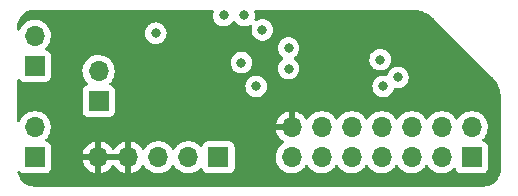
<source format=gbr>
%TF.GenerationSoftware,KiCad,Pcbnew,(6.0.7)*%
%TF.CreationDate,2023-01-15T17:04:05+01:00*%
%TF.ProjectId,I_CAN_has_carrot,495f4341-4e5f-4686-9173-5f636172726f,rev?*%
%TF.SameCoordinates,Original*%
%TF.FileFunction,Copper,L3,Inr*%
%TF.FilePolarity,Positive*%
%FSLAX46Y46*%
G04 Gerber Fmt 4.6, Leading zero omitted, Abs format (unit mm)*
G04 Created by KiCad (PCBNEW (6.0.7)) date 2023-01-15 17:04:05*
%MOMM*%
%LPD*%
G01*
G04 APERTURE LIST*
%TA.AperFunction,ComponentPad*%
%ADD10R,1.700000X1.700000*%
%TD*%
%TA.AperFunction,ComponentPad*%
%ADD11O,1.700000X1.700000*%
%TD*%
%TA.AperFunction,ViaPad*%
%ADD12C,0.800000*%
%TD*%
G04 APERTURE END LIST*
D10*
%TO.N,/CANTX*%
%TO.C,J4*%
X117560000Y-63000000D03*
D11*
%TO.N,/CANRX*%
X115020000Y-63000000D03*
%TO.N,GND*%
X112480000Y-63000000D03*
%TO.N,+5V*%
X109940000Y-63000000D03*
X107400000Y-63000000D03*
%TD*%
D10*
%TO.N,/CANTX*%
%TO.C,J2*%
X139000000Y-63000000D03*
D11*
%TO.N,/CANRX*%
X139000000Y-60460000D03*
%TO.N,unconnected-(J2-Pad3)*%
X136460000Y-63000000D03*
%TO.N,unconnected-(J2-Pad4)*%
X136460000Y-60460000D03*
%TO.N,unconnected-(J2-Pad5)*%
X133920000Y-63000000D03*
%TO.N,unconnected-(J2-Pad6)*%
X133920000Y-60460000D03*
%TO.N,unconnected-(J2-Pad7)*%
X131380000Y-63000000D03*
%TO.N,unconnected-(J2-Pad8)*%
X131380000Y-60460000D03*
%TO.N,unconnected-(J2-Pad9)*%
X128840000Y-63000000D03*
%TO.N,unconnected-(J2-Pad10)*%
X128840000Y-60460000D03*
%TO.N,unconnected-(J2-Pad11)*%
X126300000Y-63000000D03*
%TO.N,unconnected-(J2-Pad12)*%
X126300000Y-60460000D03*
%TO.N,GND*%
X123760000Y-63000000D03*
%TO.N,+5V*%
X123760000Y-60460000D03*
%TD*%
D10*
%TO.N,/CANL*%
%TO.C,J1*%
X107410000Y-58250000D03*
D11*
%TO.N,Net-(J1-Pad2)*%
X107410000Y-55710000D03*
%TD*%
D10*
%TO.N,/CANH*%
%TO.C,J3*%
X102000000Y-63000000D03*
D11*
%TO.N,/CANL*%
X102000000Y-60460000D03*
%TD*%
D10*
%TO.N,/CANH*%
%TO.C,J5*%
X102000000Y-55275000D03*
D11*
%TO.N,/CANL*%
X102000000Y-52735000D03*
%TD*%
D12*
%TO.N,+5V*%
X118000000Y-55000000D03*
X114750000Y-58000000D03*
X134000000Y-53500000D03*
%TO.N,GND*%
X120750000Y-57000000D03*
X131500000Y-57000000D03*
X132750000Y-56250000D03*
X119500000Y-55000000D03*
X112250000Y-52500000D03*
%TO.N,+3.3V*%
X131250000Y-54750000D03*
X121275000Y-52225000D03*
X118000000Y-51000000D03*
X123500000Y-53750000D03*
X119750000Y-51000000D03*
X123500000Y-55500000D03*
%TD*%
%TA.AperFunction,Conductor*%
%TO.N,+5V*%
G36*
X117099142Y-50528502D02*
G01*
X117145635Y-50582158D01*
X117155739Y-50652432D01*
X117150854Y-50673436D01*
X117106458Y-50810072D01*
X117105768Y-50816633D01*
X117105768Y-50816635D01*
X117098017Y-50890387D01*
X117086496Y-51000000D01*
X117106458Y-51189928D01*
X117165473Y-51371556D01*
X117168776Y-51377278D01*
X117168777Y-51377279D01*
X117198075Y-51428025D01*
X117260960Y-51536944D01*
X117265378Y-51541851D01*
X117265379Y-51541852D01*
X117317374Y-51599598D01*
X117388747Y-51678866D01*
X117435402Y-51712763D01*
X117526469Y-51778927D01*
X117543248Y-51791118D01*
X117549276Y-51793802D01*
X117549278Y-51793803D01*
X117711681Y-51866109D01*
X117717712Y-51868794D01*
X117811112Y-51888647D01*
X117898056Y-51907128D01*
X117898061Y-51907128D01*
X117904513Y-51908500D01*
X118095487Y-51908500D01*
X118101939Y-51907128D01*
X118101944Y-51907128D01*
X118188888Y-51888647D01*
X118282288Y-51868794D01*
X118288319Y-51866109D01*
X118450722Y-51793803D01*
X118450724Y-51793802D01*
X118456752Y-51791118D01*
X118473532Y-51778927D01*
X118564598Y-51712763D01*
X118611253Y-51678866D01*
X118682626Y-51599598D01*
X118734621Y-51541852D01*
X118734622Y-51541851D01*
X118739040Y-51536944D01*
X118765881Y-51490454D01*
X118817263Y-51441461D01*
X118886977Y-51428025D01*
X118952888Y-51454411D01*
X118984119Y-51490454D01*
X119010960Y-51536944D01*
X119015378Y-51541851D01*
X119015379Y-51541852D01*
X119067374Y-51599598D01*
X119138747Y-51678866D01*
X119185402Y-51712763D01*
X119276469Y-51778927D01*
X119293248Y-51791118D01*
X119299276Y-51793802D01*
X119299278Y-51793803D01*
X119461681Y-51866109D01*
X119467712Y-51868794D01*
X119561112Y-51888647D01*
X119648056Y-51907128D01*
X119648061Y-51907128D01*
X119654513Y-51908500D01*
X119845487Y-51908500D01*
X119851939Y-51907128D01*
X119851944Y-51907128D01*
X119938888Y-51888647D01*
X120032288Y-51868794D01*
X120038319Y-51866109D01*
X120200722Y-51793803D01*
X120200724Y-51793802D01*
X120206752Y-51791118D01*
X120225477Y-51777513D01*
X120292342Y-51753654D01*
X120361494Y-51769732D01*
X120410976Y-51820645D01*
X120425077Y-51890227D01*
X120419372Y-51918384D01*
X120400766Y-51975648D01*
X120381458Y-52035072D01*
X120380768Y-52041633D01*
X120380768Y-52041635D01*
X120375097Y-52095590D01*
X120361496Y-52225000D01*
X120362186Y-52231565D01*
X120366932Y-52276716D01*
X120381458Y-52414928D01*
X120440473Y-52596556D01*
X120535960Y-52761944D01*
X120540378Y-52766851D01*
X120540379Y-52766852D01*
X120643344Y-52881206D01*
X120663747Y-52903866D01*
X120818248Y-53016118D01*
X120824276Y-53018802D01*
X120824278Y-53018803D01*
X120986681Y-53091109D01*
X120992712Y-53093794D01*
X121086112Y-53113647D01*
X121173056Y-53132128D01*
X121173061Y-53132128D01*
X121179513Y-53133500D01*
X121370487Y-53133500D01*
X121376939Y-53132128D01*
X121376944Y-53132128D01*
X121463887Y-53113647D01*
X121557288Y-53093794D01*
X121563319Y-53091109D01*
X121725722Y-53018803D01*
X121725724Y-53018802D01*
X121731752Y-53016118D01*
X121886253Y-52903866D01*
X121906656Y-52881206D01*
X122009621Y-52766852D01*
X122009622Y-52766851D01*
X122014040Y-52761944D01*
X122109527Y-52596556D01*
X122168542Y-52414928D01*
X122183069Y-52276716D01*
X122187814Y-52231565D01*
X122188504Y-52225000D01*
X122174903Y-52095590D01*
X122169232Y-52041635D01*
X122169232Y-52041633D01*
X122168542Y-52035072D01*
X122109527Y-51853444D01*
X122090591Y-51820645D01*
X122071302Y-51787237D01*
X122014040Y-51688056D01*
X122001344Y-51673955D01*
X121890675Y-51551045D01*
X121890674Y-51551044D01*
X121886253Y-51546134D01*
X121731752Y-51433882D01*
X121725724Y-51431198D01*
X121725722Y-51431197D01*
X121563319Y-51358891D01*
X121563318Y-51358891D01*
X121557288Y-51356206D01*
X121456454Y-51334773D01*
X121376944Y-51317872D01*
X121376939Y-51317872D01*
X121370487Y-51316500D01*
X121179513Y-51316500D01*
X121173061Y-51317872D01*
X121173056Y-51317872D01*
X121093546Y-51334773D01*
X120992712Y-51356206D01*
X120986682Y-51358891D01*
X120986681Y-51358891D01*
X120824278Y-51431197D01*
X120824276Y-51431198D01*
X120818248Y-51433882D01*
X120799523Y-51447487D01*
X120732658Y-51471346D01*
X120663506Y-51455268D01*
X120614024Y-51404355D01*
X120599923Y-51334773D01*
X120605628Y-51306616D01*
X120641502Y-51196206D01*
X120643542Y-51189928D01*
X120663504Y-51000000D01*
X120651983Y-50890387D01*
X120644232Y-50816635D01*
X120644232Y-50816633D01*
X120643542Y-50810072D01*
X120599146Y-50673436D01*
X120597118Y-50602469D01*
X120633781Y-50541671D01*
X120697493Y-50510345D01*
X120718979Y-50508500D01*
X133950633Y-50508500D01*
X133970018Y-50510000D01*
X133984851Y-50512310D01*
X133984855Y-50512310D01*
X133993724Y-50513691D01*
X134011720Y-50511338D01*
X134035116Y-50510472D01*
X134271898Y-50523769D01*
X134285930Y-50525350D01*
X134416685Y-50547567D01*
X134547435Y-50569782D01*
X134561210Y-50572926D01*
X134639356Y-50595439D01*
X134816100Y-50646359D01*
X134829421Y-50651020D01*
X135074488Y-50752530D01*
X135087211Y-50758657D01*
X135168880Y-50803794D01*
X135319362Y-50886963D01*
X135331325Y-50894480D01*
X135547655Y-51047974D01*
X135558702Y-51056784D01*
X135730081Y-51209937D01*
X135747862Y-51229558D01*
X135748350Y-51230226D01*
X135748353Y-51230229D01*
X135753648Y-51237477D01*
X135760765Y-51242948D01*
X135760769Y-51242952D01*
X135778894Y-51256885D01*
X135791198Y-51267685D01*
X140726848Y-56203336D01*
X140739491Y-56218098D01*
X140753648Y-56237477D01*
X140760765Y-56242948D01*
X140760767Y-56242950D01*
X140768039Y-56248540D01*
X140785193Y-56264471D01*
X140943222Y-56441305D01*
X140952020Y-56452337D01*
X141105525Y-56668682D01*
X141113032Y-56680631D01*
X141237015Y-56904960D01*
X141241340Y-56912785D01*
X141247469Y-56925512D01*
X141348979Y-57170579D01*
X141353640Y-57183900D01*
X141355377Y-57189928D01*
X141427073Y-57438790D01*
X141430217Y-57452565D01*
X141474648Y-57714065D01*
X141476230Y-57728102D01*
X141486361Y-57908500D01*
X141489118Y-57957599D01*
X141487815Y-57984050D01*
X141486309Y-57993724D01*
X141487473Y-58002626D01*
X141487473Y-58002628D01*
X141490436Y-58025283D01*
X141491500Y-58041621D01*
X141491500Y-63950633D01*
X141490000Y-63970018D01*
X141487690Y-63984851D01*
X141487690Y-63984855D01*
X141486309Y-63993724D01*
X141488304Y-64008976D01*
X141489047Y-64034302D01*
X141479493Y-64167892D01*
X141476962Y-64203279D01*
X141474404Y-64221064D01*
X141433001Y-64411392D01*
X141427937Y-64428641D01*
X141359864Y-64611150D01*
X141352396Y-64627502D01*
X141259048Y-64798458D01*
X141249328Y-64813582D01*
X141132598Y-64969514D01*
X141120825Y-64983100D01*
X140983100Y-65120825D01*
X140969514Y-65132598D01*
X140813582Y-65249328D01*
X140798458Y-65259048D01*
X140627502Y-65352396D01*
X140611150Y-65359864D01*
X140428641Y-65427937D01*
X140411393Y-65433001D01*
X140221064Y-65474404D01*
X140203285Y-65476961D01*
X140041395Y-65488540D01*
X140023435Y-65487793D01*
X140015155Y-65487692D01*
X140006276Y-65486309D01*
X139974714Y-65490436D01*
X139958379Y-65491500D01*
X102049367Y-65491500D01*
X102029982Y-65490000D01*
X102015149Y-65487690D01*
X102015145Y-65487690D01*
X102006276Y-65486309D01*
X101991019Y-65488304D01*
X101965698Y-65489047D01*
X101796715Y-65476961D01*
X101778936Y-65474404D01*
X101588607Y-65433001D01*
X101571359Y-65427937D01*
X101388850Y-65359864D01*
X101372498Y-65352396D01*
X101201542Y-65259048D01*
X101186418Y-65249328D01*
X101030486Y-65132598D01*
X101016900Y-65120825D01*
X100879175Y-64983100D01*
X100867402Y-64969514D01*
X100750672Y-64813582D01*
X100740952Y-64798458D01*
X100647604Y-64627502D01*
X100640136Y-64611150D01*
X100572063Y-64428641D01*
X100566999Y-64411392D01*
X100539361Y-64284343D01*
X100544425Y-64213529D01*
X100586972Y-64156693D01*
X100653492Y-64131882D01*
X100722866Y-64146973D01*
X100763307Y-64181996D01*
X100786739Y-64213261D01*
X100903295Y-64300615D01*
X101039684Y-64351745D01*
X101101866Y-64358500D01*
X102898134Y-64358500D01*
X102960316Y-64351745D01*
X103096705Y-64300615D01*
X103213261Y-64213261D01*
X103300615Y-64096705D01*
X103351745Y-63960316D01*
X103358500Y-63898134D01*
X103358500Y-63267966D01*
X106068257Y-63267966D01*
X106098565Y-63402446D01*
X106101645Y-63412275D01*
X106181770Y-63609603D01*
X106186413Y-63618794D01*
X106297694Y-63800388D01*
X106303777Y-63808699D01*
X106443213Y-63969667D01*
X106450580Y-63976883D01*
X106614434Y-64112916D01*
X106622881Y-64118831D01*
X106806756Y-64226279D01*
X106816042Y-64230729D01*
X107015001Y-64306703D01*
X107024899Y-64309579D01*
X107128250Y-64330606D01*
X107142299Y-64329410D01*
X107146000Y-64319065D01*
X107146000Y-64318517D01*
X107654000Y-64318517D01*
X107658064Y-64332359D01*
X107671478Y-64334393D01*
X107678184Y-64333534D01*
X107688262Y-64331392D01*
X107892255Y-64270191D01*
X107901842Y-64266433D01*
X108093095Y-64172739D01*
X108101945Y-64167464D01*
X108275328Y-64043792D01*
X108283200Y-64037139D01*
X108434052Y-63886812D01*
X108440730Y-63878965D01*
X108568022Y-63701819D01*
X108569147Y-63702627D01*
X108616669Y-63658876D01*
X108686607Y-63646661D01*
X108752046Y-63674197D01*
X108779870Y-63706028D01*
X108837690Y-63800383D01*
X108843777Y-63808699D01*
X108983213Y-63969667D01*
X108990580Y-63976883D01*
X109154434Y-64112916D01*
X109162881Y-64118831D01*
X109346756Y-64226279D01*
X109356042Y-64230729D01*
X109555001Y-64306703D01*
X109564899Y-64309579D01*
X109668250Y-64330606D01*
X109682299Y-64329410D01*
X109686000Y-64319065D01*
X109686000Y-64318517D01*
X110194000Y-64318517D01*
X110198064Y-64332359D01*
X110211478Y-64334393D01*
X110218184Y-64333534D01*
X110228262Y-64331392D01*
X110432255Y-64270191D01*
X110441842Y-64266433D01*
X110633095Y-64172739D01*
X110641945Y-64167464D01*
X110815328Y-64043792D01*
X110823200Y-64037139D01*
X110974052Y-63886812D01*
X110980730Y-63878965D01*
X111108022Y-63701819D01*
X111109279Y-63702722D01*
X111156373Y-63659362D01*
X111226311Y-63647145D01*
X111291751Y-63674678D01*
X111319579Y-63706511D01*
X111379987Y-63805088D01*
X111526250Y-63973938D01*
X111698126Y-64116632D01*
X111891000Y-64229338D01*
X112099692Y-64309030D01*
X112104760Y-64310061D01*
X112104763Y-64310062D01*
X112199862Y-64329410D01*
X112318597Y-64353567D01*
X112323772Y-64353757D01*
X112323774Y-64353757D01*
X112536673Y-64361564D01*
X112536677Y-64361564D01*
X112541837Y-64361753D01*
X112546957Y-64361097D01*
X112546959Y-64361097D01*
X112758288Y-64334025D01*
X112758289Y-64334025D01*
X112763416Y-64333368D01*
X112768366Y-64331883D01*
X112972429Y-64270661D01*
X112972434Y-64270659D01*
X112977384Y-64269174D01*
X113177994Y-64170896D01*
X113359860Y-64041173D01*
X113518096Y-63883489D01*
X113577594Y-63800689D01*
X113648453Y-63702077D01*
X113649776Y-63703028D01*
X113696645Y-63659857D01*
X113766580Y-63647625D01*
X113832026Y-63675144D01*
X113859875Y-63706994D01*
X113919987Y-63805088D01*
X114066250Y-63973938D01*
X114238126Y-64116632D01*
X114431000Y-64229338D01*
X114639692Y-64309030D01*
X114644760Y-64310061D01*
X114644763Y-64310062D01*
X114739862Y-64329410D01*
X114858597Y-64353567D01*
X114863772Y-64353757D01*
X114863774Y-64353757D01*
X115076673Y-64361564D01*
X115076677Y-64361564D01*
X115081837Y-64361753D01*
X115086957Y-64361097D01*
X115086959Y-64361097D01*
X115298288Y-64334025D01*
X115298289Y-64334025D01*
X115303416Y-64333368D01*
X115308366Y-64331883D01*
X115512429Y-64270661D01*
X115512434Y-64270659D01*
X115517384Y-64269174D01*
X115717994Y-64170896D01*
X115899860Y-64041173D01*
X116008091Y-63933319D01*
X116070462Y-63899404D01*
X116141268Y-63904592D01*
X116198030Y-63947238D01*
X116215012Y-63978341D01*
X116235992Y-64034305D01*
X116259385Y-64096705D01*
X116346739Y-64213261D01*
X116463295Y-64300615D01*
X116599684Y-64351745D01*
X116661866Y-64358500D01*
X118458134Y-64358500D01*
X118520316Y-64351745D01*
X118656705Y-64300615D01*
X118773261Y-64213261D01*
X118860615Y-64096705D01*
X118911745Y-63960316D01*
X118918500Y-63898134D01*
X118918500Y-62966695D01*
X122397251Y-62966695D01*
X122410110Y-63189715D01*
X122411247Y-63194761D01*
X122411248Y-63194767D01*
X122425493Y-63257973D01*
X122459222Y-63407639D01*
X122543266Y-63614616D01*
X122580685Y-63675678D01*
X122657291Y-63800688D01*
X122659987Y-63805088D01*
X122806250Y-63973938D01*
X122978126Y-64116632D01*
X123171000Y-64229338D01*
X123379692Y-64309030D01*
X123384760Y-64310061D01*
X123384763Y-64310062D01*
X123479862Y-64329410D01*
X123598597Y-64353567D01*
X123603772Y-64353757D01*
X123603774Y-64353757D01*
X123816673Y-64361564D01*
X123816677Y-64361564D01*
X123821837Y-64361753D01*
X123826957Y-64361097D01*
X123826959Y-64361097D01*
X124038288Y-64334025D01*
X124038289Y-64334025D01*
X124043416Y-64333368D01*
X124048366Y-64331883D01*
X124252429Y-64270661D01*
X124252434Y-64270659D01*
X124257384Y-64269174D01*
X124457994Y-64170896D01*
X124639860Y-64041173D01*
X124798096Y-63883489D01*
X124857594Y-63800689D01*
X124928453Y-63702077D01*
X124929776Y-63703028D01*
X124976645Y-63659857D01*
X125046580Y-63647625D01*
X125112026Y-63675144D01*
X125139875Y-63706994D01*
X125199987Y-63805088D01*
X125346250Y-63973938D01*
X125518126Y-64116632D01*
X125711000Y-64229338D01*
X125919692Y-64309030D01*
X125924760Y-64310061D01*
X125924763Y-64310062D01*
X126019862Y-64329410D01*
X126138597Y-64353567D01*
X126143772Y-64353757D01*
X126143774Y-64353757D01*
X126356673Y-64361564D01*
X126356677Y-64361564D01*
X126361837Y-64361753D01*
X126366957Y-64361097D01*
X126366959Y-64361097D01*
X126578288Y-64334025D01*
X126578289Y-64334025D01*
X126583416Y-64333368D01*
X126588366Y-64331883D01*
X126792429Y-64270661D01*
X126792434Y-64270659D01*
X126797384Y-64269174D01*
X126997994Y-64170896D01*
X127179860Y-64041173D01*
X127338096Y-63883489D01*
X127397594Y-63800689D01*
X127468453Y-63702077D01*
X127469776Y-63703028D01*
X127516645Y-63659857D01*
X127586580Y-63647625D01*
X127652026Y-63675144D01*
X127679875Y-63706994D01*
X127739987Y-63805088D01*
X127886250Y-63973938D01*
X128058126Y-64116632D01*
X128251000Y-64229338D01*
X128459692Y-64309030D01*
X128464760Y-64310061D01*
X128464763Y-64310062D01*
X128559862Y-64329410D01*
X128678597Y-64353567D01*
X128683772Y-64353757D01*
X128683774Y-64353757D01*
X128896673Y-64361564D01*
X128896677Y-64361564D01*
X128901837Y-64361753D01*
X128906957Y-64361097D01*
X128906959Y-64361097D01*
X129118288Y-64334025D01*
X129118289Y-64334025D01*
X129123416Y-64333368D01*
X129128366Y-64331883D01*
X129332429Y-64270661D01*
X129332434Y-64270659D01*
X129337384Y-64269174D01*
X129537994Y-64170896D01*
X129719860Y-64041173D01*
X129878096Y-63883489D01*
X129937594Y-63800689D01*
X130008453Y-63702077D01*
X130009776Y-63703028D01*
X130056645Y-63659857D01*
X130126580Y-63647625D01*
X130192026Y-63675144D01*
X130219875Y-63706994D01*
X130279987Y-63805088D01*
X130426250Y-63973938D01*
X130598126Y-64116632D01*
X130791000Y-64229338D01*
X130999692Y-64309030D01*
X131004760Y-64310061D01*
X131004763Y-64310062D01*
X131099862Y-64329410D01*
X131218597Y-64353567D01*
X131223772Y-64353757D01*
X131223774Y-64353757D01*
X131436673Y-64361564D01*
X131436677Y-64361564D01*
X131441837Y-64361753D01*
X131446957Y-64361097D01*
X131446959Y-64361097D01*
X131658288Y-64334025D01*
X131658289Y-64334025D01*
X131663416Y-64333368D01*
X131668366Y-64331883D01*
X131872429Y-64270661D01*
X131872434Y-64270659D01*
X131877384Y-64269174D01*
X132077994Y-64170896D01*
X132259860Y-64041173D01*
X132418096Y-63883489D01*
X132477594Y-63800689D01*
X132548453Y-63702077D01*
X132549776Y-63703028D01*
X132596645Y-63659857D01*
X132666580Y-63647625D01*
X132732026Y-63675144D01*
X132759875Y-63706994D01*
X132819987Y-63805088D01*
X132966250Y-63973938D01*
X133138126Y-64116632D01*
X133331000Y-64229338D01*
X133539692Y-64309030D01*
X133544760Y-64310061D01*
X133544763Y-64310062D01*
X133639862Y-64329410D01*
X133758597Y-64353567D01*
X133763772Y-64353757D01*
X133763774Y-64353757D01*
X133976673Y-64361564D01*
X133976677Y-64361564D01*
X133981837Y-64361753D01*
X133986957Y-64361097D01*
X133986959Y-64361097D01*
X134198288Y-64334025D01*
X134198289Y-64334025D01*
X134203416Y-64333368D01*
X134208366Y-64331883D01*
X134412429Y-64270661D01*
X134412434Y-64270659D01*
X134417384Y-64269174D01*
X134617994Y-64170896D01*
X134799860Y-64041173D01*
X134958096Y-63883489D01*
X135017594Y-63800689D01*
X135088453Y-63702077D01*
X135089776Y-63703028D01*
X135136645Y-63659857D01*
X135206580Y-63647625D01*
X135272026Y-63675144D01*
X135299875Y-63706994D01*
X135359987Y-63805088D01*
X135506250Y-63973938D01*
X135678126Y-64116632D01*
X135871000Y-64229338D01*
X136079692Y-64309030D01*
X136084760Y-64310061D01*
X136084763Y-64310062D01*
X136179862Y-64329410D01*
X136298597Y-64353567D01*
X136303772Y-64353757D01*
X136303774Y-64353757D01*
X136516673Y-64361564D01*
X136516677Y-64361564D01*
X136521837Y-64361753D01*
X136526957Y-64361097D01*
X136526959Y-64361097D01*
X136738288Y-64334025D01*
X136738289Y-64334025D01*
X136743416Y-64333368D01*
X136748366Y-64331883D01*
X136952429Y-64270661D01*
X136952434Y-64270659D01*
X136957384Y-64269174D01*
X137157994Y-64170896D01*
X137339860Y-64041173D01*
X137448091Y-63933319D01*
X137510462Y-63899404D01*
X137581268Y-63904592D01*
X137638030Y-63947238D01*
X137655012Y-63978341D01*
X137675992Y-64034305D01*
X137699385Y-64096705D01*
X137786739Y-64213261D01*
X137903295Y-64300615D01*
X138039684Y-64351745D01*
X138101866Y-64358500D01*
X139898134Y-64358500D01*
X139960316Y-64351745D01*
X140096705Y-64300615D01*
X140213261Y-64213261D01*
X140300615Y-64096705D01*
X140351745Y-63960316D01*
X140358500Y-63898134D01*
X140358500Y-62101866D01*
X140351745Y-62039684D01*
X140300615Y-61903295D01*
X140213261Y-61786739D01*
X140096705Y-61699385D01*
X140058304Y-61684989D01*
X139978203Y-61654960D01*
X139921439Y-61612318D01*
X139896739Y-61545756D01*
X139911947Y-61476408D01*
X139933493Y-61447727D01*
X140034435Y-61347137D01*
X140038096Y-61343489D01*
X140097594Y-61260689D01*
X140165435Y-61166277D01*
X140168453Y-61162077D01*
X140181995Y-61134678D01*
X140265136Y-60966453D01*
X140265137Y-60966451D01*
X140267430Y-60961811D01*
X140332370Y-60748069D01*
X140361529Y-60526590D01*
X140363156Y-60460000D01*
X140344852Y-60237361D01*
X140290431Y-60020702D01*
X140201354Y-59815840D01*
X140080014Y-59628277D01*
X139929670Y-59463051D01*
X139925619Y-59459852D01*
X139925615Y-59459848D01*
X139758414Y-59327800D01*
X139758410Y-59327798D01*
X139754359Y-59324598D01*
X139718028Y-59304542D01*
X139702136Y-59295769D01*
X139558789Y-59216638D01*
X139553920Y-59214914D01*
X139553916Y-59214912D01*
X139353087Y-59143795D01*
X139353083Y-59143794D01*
X139348212Y-59142069D01*
X139343119Y-59141162D01*
X139343116Y-59141161D01*
X139133373Y-59103800D01*
X139133367Y-59103799D01*
X139128284Y-59102894D01*
X139054452Y-59101992D01*
X138910081Y-59100228D01*
X138910079Y-59100228D01*
X138904911Y-59100165D01*
X138684091Y-59133955D01*
X138471756Y-59203357D01*
X138273607Y-59306507D01*
X138269474Y-59309610D01*
X138269471Y-59309612D01*
X138220068Y-59346705D01*
X138094965Y-59440635D01*
X138076605Y-59459848D01*
X137989866Y-59550615D01*
X137940629Y-59602138D01*
X137833201Y-59759621D01*
X137778293Y-59804621D01*
X137707768Y-59812792D01*
X137644021Y-59781538D01*
X137623324Y-59757054D01*
X137542822Y-59632617D01*
X137542820Y-59632614D01*
X137540014Y-59628277D01*
X137389670Y-59463051D01*
X137385619Y-59459852D01*
X137385615Y-59459848D01*
X137218414Y-59327800D01*
X137218410Y-59327798D01*
X137214359Y-59324598D01*
X137178028Y-59304542D01*
X137162136Y-59295769D01*
X137018789Y-59216638D01*
X137013920Y-59214914D01*
X137013916Y-59214912D01*
X136813087Y-59143795D01*
X136813083Y-59143794D01*
X136808212Y-59142069D01*
X136803119Y-59141162D01*
X136803116Y-59141161D01*
X136593373Y-59103800D01*
X136593367Y-59103799D01*
X136588284Y-59102894D01*
X136514452Y-59101992D01*
X136370081Y-59100228D01*
X136370079Y-59100228D01*
X136364911Y-59100165D01*
X136144091Y-59133955D01*
X135931756Y-59203357D01*
X135733607Y-59306507D01*
X135729474Y-59309610D01*
X135729471Y-59309612D01*
X135680068Y-59346705D01*
X135554965Y-59440635D01*
X135536605Y-59459848D01*
X135449866Y-59550615D01*
X135400629Y-59602138D01*
X135293201Y-59759621D01*
X135238293Y-59804621D01*
X135167768Y-59812792D01*
X135104021Y-59781538D01*
X135083324Y-59757054D01*
X135002822Y-59632617D01*
X135002820Y-59632614D01*
X135000014Y-59628277D01*
X134849670Y-59463051D01*
X134845619Y-59459852D01*
X134845615Y-59459848D01*
X134678414Y-59327800D01*
X134678410Y-59327798D01*
X134674359Y-59324598D01*
X134638028Y-59304542D01*
X134622136Y-59295769D01*
X134478789Y-59216638D01*
X134473920Y-59214914D01*
X134473916Y-59214912D01*
X134273087Y-59143795D01*
X134273083Y-59143794D01*
X134268212Y-59142069D01*
X134263119Y-59141162D01*
X134263116Y-59141161D01*
X134053373Y-59103800D01*
X134053367Y-59103799D01*
X134048284Y-59102894D01*
X133974452Y-59101992D01*
X133830081Y-59100228D01*
X133830079Y-59100228D01*
X133824911Y-59100165D01*
X133604091Y-59133955D01*
X133391756Y-59203357D01*
X133193607Y-59306507D01*
X133189474Y-59309610D01*
X133189471Y-59309612D01*
X133140068Y-59346705D01*
X133014965Y-59440635D01*
X132996605Y-59459848D01*
X132909866Y-59550615D01*
X132860629Y-59602138D01*
X132753201Y-59759621D01*
X132698293Y-59804621D01*
X132627768Y-59812792D01*
X132564021Y-59781538D01*
X132543324Y-59757054D01*
X132462822Y-59632617D01*
X132462820Y-59632614D01*
X132460014Y-59628277D01*
X132309670Y-59463051D01*
X132305619Y-59459852D01*
X132305615Y-59459848D01*
X132138414Y-59327800D01*
X132138410Y-59327798D01*
X132134359Y-59324598D01*
X132098028Y-59304542D01*
X132082136Y-59295769D01*
X131938789Y-59216638D01*
X131933920Y-59214914D01*
X131933916Y-59214912D01*
X131733087Y-59143795D01*
X131733083Y-59143794D01*
X131728212Y-59142069D01*
X131723119Y-59141162D01*
X131723116Y-59141161D01*
X131513373Y-59103800D01*
X131513367Y-59103799D01*
X131508284Y-59102894D01*
X131434452Y-59101992D01*
X131290081Y-59100228D01*
X131290079Y-59100228D01*
X131284911Y-59100165D01*
X131064091Y-59133955D01*
X130851756Y-59203357D01*
X130653607Y-59306507D01*
X130649474Y-59309610D01*
X130649471Y-59309612D01*
X130600068Y-59346705D01*
X130474965Y-59440635D01*
X130456605Y-59459848D01*
X130369866Y-59550615D01*
X130320629Y-59602138D01*
X130213201Y-59759621D01*
X130158293Y-59804621D01*
X130087768Y-59812792D01*
X130024021Y-59781538D01*
X130003324Y-59757054D01*
X129922822Y-59632617D01*
X129922820Y-59632614D01*
X129920014Y-59628277D01*
X129769670Y-59463051D01*
X129765619Y-59459852D01*
X129765615Y-59459848D01*
X129598414Y-59327800D01*
X129598410Y-59327798D01*
X129594359Y-59324598D01*
X129558028Y-59304542D01*
X129542136Y-59295769D01*
X129398789Y-59216638D01*
X129393920Y-59214914D01*
X129393916Y-59214912D01*
X129193087Y-59143795D01*
X129193083Y-59143794D01*
X129188212Y-59142069D01*
X129183119Y-59141162D01*
X129183116Y-59141161D01*
X128973373Y-59103800D01*
X128973367Y-59103799D01*
X128968284Y-59102894D01*
X128894452Y-59101992D01*
X128750081Y-59100228D01*
X128750079Y-59100228D01*
X128744911Y-59100165D01*
X128524091Y-59133955D01*
X128311756Y-59203357D01*
X128113607Y-59306507D01*
X128109474Y-59309610D01*
X128109471Y-59309612D01*
X128060068Y-59346705D01*
X127934965Y-59440635D01*
X127916605Y-59459848D01*
X127829866Y-59550615D01*
X127780629Y-59602138D01*
X127673201Y-59759621D01*
X127618293Y-59804621D01*
X127547768Y-59812792D01*
X127484021Y-59781538D01*
X127463324Y-59757054D01*
X127382822Y-59632617D01*
X127382820Y-59632614D01*
X127380014Y-59628277D01*
X127229670Y-59463051D01*
X127225619Y-59459852D01*
X127225615Y-59459848D01*
X127058414Y-59327800D01*
X127058410Y-59327798D01*
X127054359Y-59324598D01*
X127018028Y-59304542D01*
X127002136Y-59295769D01*
X126858789Y-59216638D01*
X126853920Y-59214914D01*
X126853916Y-59214912D01*
X126653087Y-59143795D01*
X126653083Y-59143794D01*
X126648212Y-59142069D01*
X126643119Y-59141162D01*
X126643116Y-59141161D01*
X126433373Y-59103800D01*
X126433367Y-59103799D01*
X126428284Y-59102894D01*
X126354452Y-59101992D01*
X126210081Y-59100228D01*
X126210079Y-59100228D01*
X126204911Y-59100165D01*
X125984091Y-59133955D01*
X125771756Y-59203357D01*
X125573607Y-59306507D01*
X125569474Y-59309610D01*
X125569471Y-59309612D01*
X125520068Y-59346705D01*
X125394965Y-59440635D01*
X125376605Y-59459848D01*
X125289866Y-59550615D01*
X125240629Y-59602138D01*
X125237720Y-59606403D01*
X125237714Y-59606411D01*
X125236541Y-59608131D01*
X125133204Y-59759618D01*
X125132898Y-59760066D01*
X125077987Y-59805069D01*
X125007462Y-59813240D01*
X124943715Y-59781986D01*
X124923018Y-59757502D01*
X124842426Y-59632926D01*
X124836136Y-59624757D01*
X124692806Y-59467240D01*
X124685273Y-59460215D01*
X124518139Y-59328222D01*
X124509552Y-59322517D01*
X124323117Y-59219599D01*
X124313705Y-59215369D01*
X124112959Y-59144280D01*
X124102988Y-59141646D01*
X124031837Y-59128972D01*
X124018540Y-59130432D01*
X124014000Y-59144989D01*
X124014000Y-60588000D01*
X123993998Y-60656121D01*
X123940342Y-60702614D01*
X123888000Y-60714000D01*
X122443225Y-60714000D01*
X122429694Y-60717973D01*
X122428257Y-60727966D01*
X122458565Y-60862446D01*
X122461645Y-60872275D01*
X122541770Y-61069603D01*
X122546413Y-61078794D01*
X122657694Y-61260388D01*
X122663777Y-61268699D01*
X122803213Y-61429667D01*
X122810580Y-61436883D01*
X122974434Y-61572916D01*
X122982881Y-61578831D01*
X123051969Y-61619203D01*
X123100693Y-61670842D01*
X123113764Y-61740625D01*
X123087033Y-61806396D01*
X123046584Y-61839752D01*
X123033607Y-61846507D01*
X123029474Y-61849610D01*
X123029471Y-61849612D01*
X122859100Y-61977530D01*
X122854965Y-61980635D01*
X122829541Y-62007240D01*
X122761280Y-62078671D01*
X122700629Y-62142138D01*
X122697720Y-62146403D01*
X122697714Y-62146411D01*
X122685404Y-62164457D01*
X122574743Y-62326680D01*
X122480688Y-62529305D01*
X122420989Y-62744570D01*
X122397251Y-62966695D01*
X118918500Y-62966695D01*
X118918500Y-62101866D01*
X118911745Y-62039684D01*
X118860615Y-61903295D01*
X118773261Y-61786739D01*
X118656705Y-61699385D01*
X118520316Y-61648255D01*
X118458134Y-61641500D01*
X116661866Y-61641500D01*
X116599684Y-61648255D01*
X116463295Y-61699385D01*
X116346739Y-61786739D01*
X116259385Y-61903295D01*
X116256233Y-61911703D01*
X116214919Y-62021907D01*
X116172277Y-62078671D01*
X116105716Y-62103371D01*
X116036367Y-62088163D01*
X116003743Y-62062476D01*
X115953151Y-62006875D01*
X115953142Y-62006866D01*
X115949670Y-62003051D01*
X115945619Y-61999852D01*
X115945615Y-61999848D01*
X115778414Y-61867800D01*
X115778410Y-61867798D01*
X115774359Y-61864598D01*
X115757587Y-61855339D01*
X115669094Y-61806489D01*
X115578789Y-61756638D01*
X115573920Y-61754914D01*
X115573916Y-61754912D01*
X115373087Y-61683795D01*
X115373083Y-61683794D01*
X115368212Y-61682069D01*
X115363119Y-61681162D01*
X115363116Y-61681161D01*
X115153373Y-61643800D01*
X115153367Y-61643799D01*
X115148284Y-61642894D01*
X115074452Y-61641992D01*
X114930081Y-61640228D01*
X114930079Y-61640228D01*
X114924911Y-61640165D01*
X114704091Y-61673955D01*
X114491756Y-61743357D01*
X114421800Y-61779774D01*
X114303170Y-61841529D01*
X114293607Y-61846507D01*
X114289474Y-61849610D01*
X114289471Y-61849612D01*
X114119100Y-61977530D01*
X114114965Y-61980635D01*
X114089541Y-62007240D01*
X114021280Y-62078671D01*
X113960629Y-62142138D01*
X113853201Y-62299621D01*
X113798293Y-62344621D01*
X113727768Y-62352792D01*
X113664021Y-62321538D01*
X113643324Y-62297054D01*
X113562822Y-62172617D01*
X113562820Y-62172614D01*
X113560014Y-62168277D01*
X113409670Y-62003051D01*
X113405619Y-61999852D01*
X113405615Y-61999848D01*
X113238414Y-61867800D01*
X113238410Y-61867798D01*
X113234359Y-61864598D01*
X113217587Y-61855339D01*
X113129094Y-61806489D01*
X113038789Y-61756638D01*
X113033920Y-61754914D01*
X113033916Y-61754912D01*
X112833087Y-61683795D01*
X112833083Y-61683794D01*
X112828212Y-61682069D01*
X112823119Y-61681162D01*
X112823116Y-61681161D01*
X112613373Y-61643800D01*
X112613367Y-61643799D01*
X112608284Y-61642894D01*
X112534452Y-61641992D01*
X112390081Y-61640228D01*
X112390079Y-61640228D01*
X112384911Y-61640165D01*
X112164091Y-61673955D01*
X111951756Y-61743357D01*
X111881800Y-61779774D01*
X111763170Y-61841529D01*
X111753607Y-61846507D01*
X111749474Y-61849610D01*
X111749471Y-61849612D01*
X111579100Y-61977530D01*
X111574965Y-61980635D01*
X111549541Y-62007240D01*
X111481280Y-62078671D01*
X111420629Y-62142138D01*
X111417720Y-62146403D01*
X111417714Y-62146411D01*
X111405404Y-62164457D01*
X111313204Y-62299618D01*
X111312898Y-62300066D01*
X111257987Y-62345069D01*
X111187462Y-62353240D01*
X111123715Y-62321986D01*
X111103018Y-62297502D01*
X111022426Y-62172926D01*
X111016136Y-62164757D01*
X110872806Y-62007240D01*
X110865273Y-62000215D01*
X110698139Y-61868222D01*
X110689552Y-61862517D01*
X110503117Y-61759599D01*
X110493705Y-61755369D01*
X110292959Y-61684280D01*
X110282988Y-61681646D01*
X110211837Y-61668972D01*
X110198540Y-61670432D01*
X110194000Y-61684989D01*
X110194000Y-64318517D01*
X109686000Y-64318517D01*
X109686000Y-63272115D01*
X109681525Y-63256876D01*
X109680135Y-63255671D01*
X109672452Y-63254000D01*
X107672115Y-63254000D01*
X107656876Y-63258475D01*
X107655671Y-63259865D01*
X107654000Y-63267548D01*
X107654000Y-64318517D01*
X107146000Y-64318517D01*
X107146000Y-63272115D01*
X107141525Y-63256876D01*
X107140135Y-63255671D01*
X107132452Y-63254000D01*
X106083225Y-63254000D01*
X106069694Y-63257973D01*
X106068257Y-63267966D01*
X103358500Y-63267966D01*
X103358500Y-62734183D01*
X106064389Y-62734183D01*
X106065912Y-62742607D01*
X106078292Y-62746000D01*
X107127885Y-62746000D01*
X107143124Y-62741525D01*
X107144329Y-62740135D01*
X107146000Y-62732452D01*
X107146000Y-62727885D01*
X107654000Y-62727885D01*
X107658475Y-62743124D01*
X107659865Y-62744329D01*
X107667548Y-62746000D01*
X109667885Y-62746000D01*
X109683124Y-62741525D01*
X109684329Y-62740135D01*
X109686000Y-62732452D01*
X109686000Y-61683102D01*
X109682082Y-61669758D01*
X109667806Y-61667771D01*
X109629324Y-61673660D01*
X109619288Y-61676051D01*
X109416868Y-61742212D01*
X109407359Y-61746209D01*
X109218463Y-61844542D01*
X109209738Y-61850036D01*
X109039433Y-61977905D01*
X109031726Y-61984748D01*
X108884590Y-62138717D01*
X108878104Y-62146727D01*
X108773193Y-62300521D01*
X108718282Y-62345524D01*
X108647757Y-62353695D01*
X108584010Y-62322441D01*
X108563313Y-62297957D01*
X108482427Y-62172926D01*
X108476136Y-62164757D01*
X108332806Y-62007240D01*
X108325273Y-62000215D01*
X108158139Y-61868222D01*
X108149552Y-61862517D01*
X107963117Y-61759599D01*
X107953705Y-61755369D01*
X107752959Y-61684280D01*
X107742988Y-61681646D01*
X107671837Y-61668972D01*
X107658540Y-61670432D01*
X107654000Y-61684989D01*
X107654000Y-62727885D01*
X107146000Y-62727885D01*
X107146000Y-61683102D01*
X107142082Y-61669758D01*
X107127806Y-61667771D01*
X107089324Y-61673660D01*
X107079288Y-61676051D01*
X106876868Y-61742212D01*
X106867359Y-61746209D01*
X106678463Y-61844542D01*
X106669738Y-61850036D01*
X106499433Y-61977905D01*
X106491726Y-61984748D01*
X106344590Y-62138717D01*
X106338104Y-62146727D01*
X106218098Y-62322649D01*
X106213000Y-62331623D01*
X106123338Y-62524783D01*
X106119775Y-62534470D01*
X106064389Y-62734183D01*
X103358500Y-62734183D01*
X103358500Y-62101866D01*
X103351745Y-62039684D01*
X103300615Y-61903295D01*
X103213261Y-61786739D01*
X103096705Y-61699385D01*
X103058304Y-61684989D01*
X102978203Y-61654960D01*
X102921439Y-61612318D01*
X102896739Y-61545756D01*
X102911947Y-61476408D01*
X102933493Y-61447727D01*
X103034435Y-61347137D01*
X103038096Y-61343489D01*
X103097594Y-61260689D01*
X103165435Y-61166277D01*
X103168453Y-61162077D01*
X103181995Y-61134678D01*
X103265136Y-60966453D01*
X103265137Y-60966451D01*
X103267430Y-60961811D01*
X103332370Y-60748069D01*
X103361529Y-60526590D01*
X103363156Y-60460000D01*
X103344852Y-60237361D01*
X103334006Y-60194183D01*
X122424389Y-60194183D01*
X122425912Y-60202607D01*
X122438292Y-60206000D01*
X123487885Y-60206000D01*
X123503124Y-60201525D01*
X123504329Y-60200135D01*
X123506000Y-60192452D01*
X123506000Y-59143102D01*
X123502082Y-59129758D01*
X123487806Y-59127771D01*
X123449324Y-59133660D01*
X123439288Y-59136051D01*
X123236868Y-59202212D01*
X123227359Y-59206209D01*
X123038463Y-59304542D01*
X123029738Y-59310036D01*
X122859433Y-59437905D01*
X122851726Y-59444748D01*
X122704590Y-59598717D01*
X122698104Y-59606727D01*
X122578098Y-59782649D01*
X122573000Y-59791623D01*
X122483338Y-59984783D01*
X122479775Y-59994470D01*
X122424389Y-60194183D01*
X103334006Y-60194183D01*
X103290431Y-60020702D01*
X103201354Y-59815840D01*
X103080014Y-59628277D01*
X102929670Y-59463051D01*
X102925619Y-59459852D01*
X102925615Y-59459848D01*
X102758414Y-59327800D01*
X102758410Y-59327798D01*
X102754359Y-59324598D01*
X102718028Y-59304542D01*
X102702136Y-59295769D01*
X102558789Y-59216638D01*
X102553920Y-59214914D01*
X102553916Y-59214912D01*
X102353087Y-59143795D01*
X102353083Y-59143794D01*
X102348212Y-59142069D01*
X102343119Y-59141162D01*
X102343116Y-59141161D01*
X102133373Y-59103800D01*
X102133367Y-59103799D01*
X102128284Y-59102894D01*
X102054452Y-59101992D01*
X101910081Y-59100228D01*
X101910079Y-59100228D01*
X101904911Y-59100165D01*
X101684091Y-59133955D01*
X101471756Y-59203357D01*
X101273607Y-59306507D01*
X101269474Y-59309610D01*
X101269471Y-59309612D01*
X101220068Y-59346705D01*
X101094965Y-59440635D01*
X101076605Y-59459848D01*
X100989866Y-59550615D01*
X100940629Y-59602138D01*
X100937720Y-59606403D01*
X100937714Y-59606411D01*
X100936541Y-59608131D01*
X100814743Y-59786680D01*
X100812567Y-59791369D01*
X100812563Y-59791375D01*
X100748788Y-59928768D01*
X100701964Y-59982135D01*
X100633720Y-60001716D01*
X100565725Y-59981292D01*
X100519565Y-59927350D01*
X100508500Y-59875718D01*
X100508500Y-56495226D01*
X100528502Y-56427105D01*
X100582158Y-56380612D01*
X100652432Y-56370508D01*
X100717012Y-56400002D01*
X100735326Y-56419661D01*
X100764171Y-56458148D01*
X100786739Y-56488261D01*
X100903295Y-56575615D01*
X101039684Y-56626745D01*
X101101866Y-56633500D01*
X102898134Y-56633500D01*
X102960316Y-56626745D01*
X103096705Y-56575615D01*
X103213261Y-56488261D01*
X103300615Y-56371705D01*
X103351745Y-56235316D01*
X103358500Y-56173134D01*
X103358500Y-55676695D01*
X106047251Y-55676695D01*
X106047548Y-55681848D01*
X106047548Y-55681851D01*
X106053011Y-55776590D01*
X106060110Y-55899715D01*
X106061247Y-55904761D01*
X106061248Y-55904767D01*
X106081119Y-55992939D01*
X106109222Y-56117639D01*
X106193266Y-56324616D01*
X106195965Y-56329020D01*
X106297816Y-56495226D01*
X106309987Y-56515088D01*
X106456250Y-56683938D01*
X106460230Y-56687242D01*
X106464981Y-56691187D01*
X106504616Y-56750090D01*
X106506113Y-56821071D01*
X106468997Y-56881593D01*
X106428724Y-56906112D01*
X106313295Y-56949385D01*
X106196739Y-57036739D01*
X106109385Y-57153295D01*
X106058255Y-57289684D01*
X106051500Y-57351866D01*
X106051500Y-59148134D01*
X106058255Y-59210316D01*
X106109385Y-59346705D01*
X106196739Y-59463261D01*
X106313295Y-59550615D01*
X106449684Y-59601745D01*
X106511866Y-59608500D01*
X108308134Y-59608500D01*
X108370316Y-59601745D01*
X108506705Y-59550615D01*
X108623261Y-59463261D01*
X108710615Y-59346705D01*
X108761745Y-59210316D01*
X108768500Y-59148134D01*
X108768500Y-57351866D01*
X108761745Y-57289684D01*
X108710615Y-57153295D01*
X108623261Y-57036739D01*
X108574240Y-57000000D01*
X119836496Y-57000000D01*
X119837186Y-57006565D01*
X119854424Y-57170571D01*
X119856458Y-57189928D01*
X119915473Y-57371556D01*
X120010960Y-57536944D01*
X120138747Y-57678866D01*
X120293248Y-57791118D01*
X120299276Y-57793802D01*
X120299278Y-57793803D01*
X120461681Y-57866109D01*
X120467712Y-57868794D01*
X120561112Y-57888647D01*
X120648056Y-57907128D01*
X120648061Y-57907128D01*
X120654513Y-57908500D01*
X120845487Y-57908500D01*
X120851939Y-57907128D01*
X120851944Y-57907128D01*
X120938888Y-57888647D01*
X121032288Y-57868794D01*
X121038319Y-57866109D01*
X121200722Y-57793803D01*
X121200724Y-57793802D01*
X121206752Y-57791118D01*
X121361253Y-57678866D01*
X121489040Y-57536944D01*
X121584527Y-57371556D01*
X121643542Y-57189928D01*
X121645577Y-57170571D01*
X121662814Y-57006565D01*
X121663504Y-57000000D01*
X130586496Y-57000000D01*
X130587186Y-57006565D01*
X130604424Y-57170571D01*
X130606458Y-57189928D01*
X130665473Y-57371556D01*
X130760960Y-57536944D01*
X130888747Y-57678866D01*
X131043248Y-57791118D01*
X131049276Y-57793802D01*
X131049278Y-57793803D01*
X131211681Y-57866109D01*
X131217712Y-57868794D01*
X131311112Y-57888647D01*
X131398056Y-57907128D01*
X131398061Y-57907128D01*
X131404513Y-57908500D01*
X131595487Y-57908500D01*
X131601939Y-57907128D01*
X131601944Y-57907128D01*
X131688888Y-57888647D01*
X131782288Y-57868794D01*
X131788319Y-57866109D01*
X131950722Y-57793803D01*
X131950724Y-57793802D01*
X131956752Y-57791118D01*
X132111253Y-57678866D01*
X132239040Y-57536944D01*
X132334527Y-57371556D01*
X132384895Y-57216540D01*
X132424969Y-57157935D01*
X132490366Y-57130298D01*
X132530925Y-57132231D01*
X132648047Y-57157127D01*
X132648060Y-57157128D01*
X132654513Y-57158500D01*
X132845487Y-57158500D01*
X132851939Y-57157128D01*
X132851944Y-57157128D01*
X132938888Y-57138647D01*
X133032288Y-57118794D01*
X133038319Y-57116109D01*
X133200722Y-57043803D01*
X133200724Y-57043802D01*
X133206752Y-57041118D01*
X133220186Y-57031358D01*
X133337349Y-56946233D01*
X133361253Y-56928866D01*
X133370155Y-56918979D01*
X133484621Y-56791852D01*
X133484622Y-56791851D01*
X133489040Y-56786944D01*
X133584527Y-56621556D01*
X133643542Y-56439928D01*
X133646990Y-56407128D01*
X133662814Y-56256565D01*
X133663504Y-56250000D01*
X133658900Y-56206197D01*
X133644232Y-56066635D01*
X133644232Y-56066633D01*
X133643542Y-56060072D01*
X133584527Y-55878444D01*
X133577406Y-55866109D01*
X133534109Y-55791118D01*
X133489040Y-55713056D01*
X133483269Y-55706646D01*
X133365675Y-55576045D01*
X133365674Y-55576044D01*
X133361253Y-55571134D01*
X133206752Y-55458882D01*
X133200724Y-55456198D01*
X133200722Y-55456197D01*
X133038319Y-55383891D01*
X133038318Y-55383891D01*
X133032288Y-55381206D01*
X132938888Y-55361353D01*
X132851944Y-55342872D01*
X132851939Y-55342872D01*
X132845487Y-55341500D01*
X132654513Y-55341500D01*
X132648061Y-55342872D01*
X132648056Y-55342872D01*
X132561112Y-55361353D01*
X132467712Y-55381206D01*
X132461682Y-55383891D01*
X132461681Y-55383891D01*
X132299278Y-55456197D01*
X132299276Y-55456198D01*
X132293248Y-55458882D01*
X132138747Y-55571134D01*
X132134326Y-55576044D01*
X132134325Y-55576045D01*
X132016732Y-55706646D01*
X132010960Y-55713056D01*
X131965891Y-55791118D01*
X131922595Y-55866109D01*
X131915473Y-55878444D01*
X131874995Y-56003023D01*
X131865105Y-56033460D01*
X131825031Y-56092065D01*
X131759634Y-56119702D01*
X131719075Y-56117769D01*
X131601953Y-56092873D01*
X131601940Y-56092872D01*
X131595487Y-56091500D01*
X131404513Y-56091500D01*
X131398061Y-56092872D01*
X131398056Y-56092872D01*
X131311112Y-56111353D01*
X131217712Y-56131206D01*
X131211682Y-56133891D01*
X131211681Y-56133891D01*
X131049278Y-56206197D01*
X131049276Y-56206198D01*
X131043248Y-56208882D01*
X131037907Y-56212762D01*
X131037906Y-56212763D01*
X130996681Y-56242715D01*
X130888747Y-56321134D01*
X130884326Y-56326044D01*
X130884325Y-56326045D01*
X130775799Y-56446576D01*
X130760960Y-56463056D01*
X130702686Y-56563990D01*
X130699084Y-56570229D01*
X130665473Y-56628444D01*
X130606458Y-56810072D01*
X130605768Y-56816633D01*
X130605768Y-56816635D01*
X130594324Y-56925516D01*
X130586496Y-57000000D01*
X121663504Y-57000000D01*
X121655676Y-56925516D01*
X121644232Y-56816635D01*
X121644232Y-56816633D01*
X121643542Y-56810072D01*
X121584527Y-56628444D01*
X121550917Y-56570229D01*
X121547314Y-56563990D01*
X121489040Y-56463056D01*
X121474202Y-56446576D01*
X121365675Y-56326045D01*
X121365674Y-56326044D01*
X121361253Y-56321134D01*
X121253319Y-56242715D01*
X121212094Y-56212763D01*
X121212093Y-56212762D01*
X121206752Y-56208882D01*
X121200724Y-56206198D01*
X121200722Y-56206197D01*
X121038319Y-56133891D01*
X121038318Y-56133891D01*
X121032288Y-56131206D01*
X120938888Y-56111353D01*
X120851944Y-56092872D01*
X120851939Y-56092872D01*
X120845487Y-56091500D01*
X120654513Y-56091500D01*
X120648061Y-56092872D01*
X120648056Y-56092872D01*
X120561112Y-56111353D01*
X120467712Y-56131206D01*
X120461682Y-56133891D01*
X120461681Y-56133891D01*
X120299278Y-56206197D01*
X120299276Y-56206198D01*
X120293248Y-56208882D01*
X120287907Y-56212762D01*
X120287906Y-56212763D01*
X120246681Y-56242715D01*
X120138747Y-56321134D01*
X120134326Y-56326044D01*
X120134325Y-56326045D01*
X120025799Y-56446576D01*
X120010960Y-56463056D01*
X119952686Y-56563990D01*
X119949084Y-56570229D01*
X119915473Y-56628444D01*
X119856458Y-56810072D01*
X119855768Y-56816633D01*
X119855768Y-56816635D01*
X119844324Y-56925516D01*
X119836496Y-57000000D01*
X108574240Y-57000000D01*
X108506705Y-56949385D01*
X108438871Y-56923955D01*
X108388203Y-56904960D01*
X108331439Y-56862318D01*
X108306739Y-56795756D01*
X108321947Y-56726408D01*
X108343493Y-56697727D01*
X108361251Y-56680031D01*
X108448096Y-56593489D01*
X108507594Y-56510689D01*
X108575435Y-56416277D01*
X108578453Y-56412077D01*
X108594855Y-56378891D01*
X108675136Y-56216453D01*
X108675137Y-56216451D01*
X108677430Y-56211811D01*
X108725439Y-56053794D01*
X108740865Y-56003023D01*
X108740865Y-56003021D01*
X108742370Y-55998069D01*
X108771529Y-55776590D01*
X108773156Y-55710000D01*
X108754852Y-55487361D01*
X108700431Y-55270702D01*
X108611354Y-55065840D01*
X108568760Y-55000000D01*
X118586496Y-55000000D01*
X118606458Y-55189928D01*
X118665473Y-55371556D01*
X118668776Y-55377278D01*
X118668777Y-55377279D01*
X118695726Y-55423955D01*
X118760960Y-55536944D01*
X118765378Y-55541851D01*
X118765379Y-55541852D01*
X118832240Y-55616109D01*
X118888747Y-55678866D01*
X119043248Y-55791118D01*
X119049276Y-55793802D01*
X119049278Y-55793803D01*
X119209799Y-55865271D01*
X119217712Y-55868794D01*
X119292666Y-55884726D01*
X119398056Y-55907128D01*
X119398061Y-55907128D01*
X119404513Y-55908500D01*
X119595487Y-55908500D01*
X119601939Y-55907128D01*
X119601944Y-55907128D01*
X119707334Y-55884726D01*
X119782288Y-55868794D01*
X119790201Y-55865271D01*
X119950722Y-55793803D01*
X119950724Y-55793802D01*
X119956752Y-55791118D01*
X120111253Y-55678866D01*
X120167760Y-55616109D01*
X120234621Y-55541852D01*
X120234622Y-55541851D01*
X120239040Y-55536944D01*
X120260370Y-55500000D01*
X122586496Y-55500000D01*
X122587186Y-55506565D01*
X122604528Y-55671562D01*
X122606458Y-55689928D01*
X122665473Y-55871556D01*
X122668776Y-55877278D01*
X122668777Y-55877279D01*
X122686803Y-55908500D01*
X122760960Y-56036944D01*
X122765378Y-56041851D01*
X122765379Y-56041852D01*
X122880509Y-56169717D01*
X122888747Y-56178866D01*
X123043248Y-56291118D01*
X123049276Y-56293802D01*
X123049278Y-56293803D01*
X123205365Y-56363297D01*
X123217712Y-56368794D01*
X123311112Y-56388647D01*
X123398056Y-56407128D01*
X123398061Y-56407128D01*
X123404513Y-56408500D01*
X123595487Y-56408500D01*
X123601939Y-56407128D01*
X123601944Y-56407128D01*
X123688888Y-56388647D01*
X123782288Y-56368794D01*
X123794635Y-56363297D01*
X123950722Y-56293803D01*
X123950724Y-56293802D01*
X123956752Y-56291118D01*
X124111253Y-56178866D01*
X124119491Y-56169717D01*
X124234621Y-56041852D01*
X124234622Y-56041851D01*
X124239040Y-56036944D01*
X124313197Y-55908500D01*
X124331223Y-55877279D01*
X124331224Y-55877278D01*
X124334527Y-55871556D01*
X124393542Y-55689928D01*
X124395473Y-55671562D01*
X124412814Y-55506565D01*
X124413504Y-55500000D01*
X124406028Y-55428866D01*
X124394232Y-55316635D01*
X124394232Y-55316633D01*
X124393542Y-55310072D01*
X124334527Y-55128444D01*
X124239040Y-54963056D01*
X124218216Y-54939928D01*
X124115675Y-54826045D01*
X124115674Y-54826044D01*
X124111253Y-54821134D01*
X124013346Y-54750000D01*
X130336496Y-54750000D01*
X130337186Y-54756565D01*
X130344489Y-54826045D01*
X130356458Y-54939928D01*
X130415473Y-55121556D01*
X130510960Y-55286944D01*
X130515378Y-55291851D01*
X130515379Y-55291852D01*
X130537694Y-55316635D01*
X130638747Y-55428866D01*
X130681196Y-55459707D01*
X130757877Y-55515419D01*
X130793248Y-55541118D01*
X130799276Y-55543802D01*
X130799278Y-55543803D01*
X130961681Y-55616109D01*
X130967712Y-55618794D01*
X131061112Y-55638647D01*
X131148056Y-55657128D01*
X131148061Y-55657128D01*
X131154513Y-55658500D01*
X131345487Y-55658500D01*
X131351939Y-55657128D01*
X131351944Y-55657128D01*
X131438887Y-55638647D01*
X131532288Y-55618794D01*
X131538319Y-55616109D01*
X131700722Y-55543803D01*
X131700724Y-55543802D01*
X131706752Y-55541118D01*
X131742124Y-55515419D01*
X131818804Y-55459707D01*
X131861253Y-55428866D01*
X131962306Y-55316635D01*
X131984621Y-55291852D01*
X131984622Y-55291851D01*
X131989040Y-55286944D01*
X132084527Y-55121556D01*
X132143542Y-54939928D01*
X132155512Y-54826045D01*
X132162814Y-54756565D01*
X132163504Y-54750000D01*
X132151389Y-54634729D01*
X132144232Y-54566635D01*
X132144232Y-54566633D01*
X132143542Y-54560072D01*
X132084527Y-54378444D01*
X132068237Y-54350228D01*
X131992341Y-54218774D01*
X131989040Y-54213056D01*
X131957368Y-54177880D01*
X131865675Y-54076045D01*
X131865674Y-54076044D01*
X131861253Y-54071134D01*
X131706752Y-53958882D01*
X131700724Y-53956198D01*
X131700722Y-53956197D01*
X131538319Y-53883891D01*
X131538318Y-53883891D01*
X131532288Y-53881206D01*
X131438887Y-53861353D01*
X131351944Y-53842872D01*
X131351939Y-53842872D01*
X131345487Y-53841500D01*
X131154513Y-53841500D01*
X131148061Y-53842872D01*
X131148056Y-53842872D01*
X131061113Y-53861353D01*
X130967712Y-53881206D01*
X130961682Y-53883891D01*
X130961681Y-53883891D01*
X130799278Y-53956197D01*
X130799276Y-53956198D01*
X130793248Y-53958882D01*
X130638747Y-54071134D01*
X130634326Y-54076044D01*
X130634325Y-54076045D01*
X130542633Y-54177880D01*
X130510960Y-54213056D01*
X130507659Y-54218774D01*
X130431764Y-54350228D01*
X130415473Y-54378444D01*
X130356458Y-54560072D01*
X130355768Y-54566633D01*
X130355768Y-54566635D01*
X130348611Y-54634729D01*
X130336496Y-54750000D01*
X124013346Y-54750000D01*
X123981601Y-54726936D01*
X123938247Y-54670714D01*
X123932172Y-54599977D01*
X123965304Y-54537186D01*
X123981601Y-54523064D01*
X124105909Y-54432749D01*
X124105911Y-54432747D01*
X124111253Y-54428866D01*
X124178843Y-54353800D01*
X124234621Y-54291852D01*
X124234622Y-54291851D01*
X124239040Y-54286944D01*
X124321673Y-54143820D01*
X124331223Y-54127279D01*
X124331224Y-54127278D01*
X124334527Y-54121556D01*
X124393542Y-53939928D01*
X124395295Y-53923255D01*
X124412814Y-53756565D01*
X124413504Y-53750000D01*
X124393542Y-53560072D01*
X124334527Y-53378444D01*
X124327406Y-53366109D01*
X124284109Y-53291118D01*
X124239040Y-53213056D01*
X124211752Y-53182749D01*
X124115675Y-53076045D01*
X124115674Y-53076044D01*
X124111253Y-53071134D01*
X123956752Y-52958882D01*
X123950724Y-52956198D01*
X123950722Y-52956197D01*
X123788319Y-52883891D01*
X123788318Y-52883891D01*
X123782288Y-52881206D01*
X123688887Y-52861353D01*
X123601944Y-52842872D01*
X123601939Y-52842872D01*
X123595487Y-52841500D01*
X123404513Y-52841500D01*
X123398061Y-52842872D01*
X123398056Y-52842872D01*
X123311113Y-52861353D01*
X123217712Y-52881206D01*
X123211682Y-52883891D01*
X123211681Y-52883891D01*
X123049278Y-52956197D01*
X123049276Y-52956198D01*
X123043248Y-52958882D01*
X122888747Y-53071134D01*
X122884326Y-53076044D01*
X122884325Y-53076045D01*
X122788249Y-53182749D01*
X122760960Y-53213056D01*
X122715891Y-53291118D01*
X122672595Y-53366109D01*
X122665473Y-53378444D01*
X122606458Y-53560072D01*
X122586496Y-53750000D01*
X122587186Y-53756565D01*
X122604706Y-53923255D01*
X122606458Y-53939928D01*
X122665473Y-54121556D01*
X122668776Y-54127278D01*
X122668777Y-54127279D01*
X122678327Y-54143820D01*
X122760960Y-54286944D01*
X122765378Y-54291851D01*
X122765379Y-54291852D01*
X122821157Y-54353800D01*
X122888747Y-54428866D01*
X122894089Y-54432747D01*
X122894091Y-54432749D01*
X123018399Y-54523064D01*
X123061753Y-54579286D01*
X123067828Y-54650023D01*
X123034696Y-54712814D01*
X123018400Y-54726936D01*
X122888747Y-54821134D01*
X122884326Y-54826044D01*
X122884325Y-54826045D01*
X122781785Y-54939928D01*
X122760960Y-54963056D01*
X122665473Y-55128444D01*
X122606458Y-55310072D01*
X122605768Y-55316633D01*
X122605768Y-55316635D01*
X122593972Y-55428866D01*
X122586496Y-55500000D01*
X120260370Y-55500000D01*
X120304274Y-55423955D01*
X120331223Y-55377279D01*
X120331224Y-55377278D01*
X120334527Y-55371556D01*
X120393542Y-55189928D01*
X120413504Y-55000000D01*
X120407190Y-54939928D01*
X120394232Y-54816635D01*
X120394232Y-54816633D01*
X120393542Y-54810072D01*
X120334527Y-54628444D01*
X120239040Y-54463056D01*
X120211752Y-54432749D01*
X120115675Y-54326045D01*
X120115674Y-54326044D01*
X120111253Y-54321134D01*
X119956752Y-54208882D01*
X119950724Y-54206198D01*
X119950722Y-54206197D01*
X119788319Y-54133891D01*
X119788318Y-54133891D01*
X119782288Y-54131206D01*
X119688888Y-54111353D01*
X119601944Y-54092872D01*
X119601939Y-54092872D01*
X119595487Y-54091500D01*
X119404513Y-54091500D01*
X119398061Y-54092872D01*
X119398056Y-54092872D01*
X119311113Y-54111353D01*
X119217712Y-54131206D01*
X119211682Y-54133891D01*
X119211681Y-54133891D01*
X119049278Y-54206197D01*
X119049276Y-54206198D01*
X119043248Y-54208882D01*
X118888747Y-54321134D01*
X118884326Y-54326044D01*
X118884325Y-54326045D01*
X118788249Y-54432749D01*
X118760960Y-54463056D01*
X118665473Y-54628444D01*
X118606458Y-54810072D01*
X118605768Y-54816633D01*
X118605768Y-54816635D01*
X118592810Y-54939928D01*
X118586496Y-55000000D01*
X108568760Y-55000000D01*
X108490014Y-54878277D01*
X108339670Y-54713051D01*
X108335619Y-54709852D01*
X108335615Y-54709848D01*
X108168414Y-54577800D01*
X108168410Y-54577798D01*
X108164359Y-54574598D01*
X108126673Y-54553794D01*
X108071005Y-54523064D01*
X107968789Y-54466638D01*
X107963920Y-54464914D01*
X107963916Y-54464912D01*
X107763087Y-54393795D01*
X107763083Y-54393794D01*
X107758212Y-54392069D01*
X107753119Y-54391162D01*
X107753116Y-54391161D01*
X107543373Y-54353800D01*
X107543367Y-54353799D01*
X107538284Y-54352894D01*
X107464452Y-54351992D01*
X107320081Y-54350228D01*
X107320079Y-54350228D01*
X107314911Y-54350165D01*
X107094091Y-54383955D01*
X106881756Y-54453357D01*
X106852140Y-54468774D01*
X106688819Y-54553794D01*
X106683607Y-54556507D01*
X106679474Y-54559610D01*
X106679471Y-54559612D01*
X106559055Y-54650023D01*
X106504965Y-54690635D01*
X106350629Y-54852138D01*
X106224743Y-55036680D01*
X106130688Y-55239305D01*
X106070989Y-55454570D01*
X106047251Y-55676695D01*
X103358500Y-55676695D01*
X103358500Y-54376866D01*
X103351745Y-54314684D01*
X103300615Y-54178295D01*
X103213261Y-54061739D01*
X103096705Y-53974385D01*
X103084132Y-53969672D01*
X102978203Y-53929960D01*
X102921439Y-53887318D01*
X102896739Y-53820756D01*
X102911947Y-53751408D01*
X102933493Y-53722727D01*
X103034435Y-53622137D01*
X103038096Y-53618489D01*
X103097594Y-53535689D01*
X103165435Y-53441277D01*
X103168453Y-53437077D01*
X103201523Y-53370166D01*
X103265136Y-53241453D01*
X103265137Y-53241451D01*
X103267430Y-53236811D01*
X103317767Y-53071134D01*
X103330865Y-53028023D01*
X103330865Y-53028021D01*
X103332370Y-53023069D01*
X103361529Y-52801590D01*
X103362498Y-52761944D01*
X103363074Y-52738365D01*
X103363074Y-52738361D01*
X103363156Y-52735000D01*
X103344852Y-52512361D01*
X103341747Y-52500000D01*
X111336496Y-52500000D01*
X111356458Y-52689928D01*
X111415473Y-52871556D01*
X111418776Y-52877278D01*
X111418777Y-52877279D01*
X111431292Y-52898955D01*
X111510960Y-53036944D01*
X111515378Y-53041851D01*
X111515379Y-53041852D01*
X111559730Y-53091109D01*
X111638747Y-53178866D01*
X111793248Y-53291118D01*
X111799276Y-53293802D01*
X111799278Y-53293803D01*
X111961681Y-53366109D01*
X111967712Y-53368794D01*
X112042680Y-53384729D01*
X112148056Y-53407128D01*
X112148061Y-53407128D01*
X112154513Y-53408500D01*
X112345487Y-53408500D01*
X112351939Y-53407128D01*
X112351944Y-53407128D01*
X112457320Y-53384729D01*
X112532288Y-53368794D01*
X112538319Y-53366109D01*
X112700722Y-53293803D01*
X112700724Y-53293802D01*
X112706752Y-53291118D01*
X112861253Y-53178866D01*
X112940270Y-53091109D01*
X112984621Y-53041852D01*
X112984622Y-53041851D01*
X112989040Y-53036944D01*
X113068708Y-52898955D01*
X113081223Y-52877279D01*
X113081224Y-52877278D01*
X113084527Y-52871556D01*
X113143542Y-52689928D01*
X113163504Y-52500000D01*
X113143542Y-52310072D01*
X113084527Y-52128444D01*
X112989040Y-51963056D01*
X112908315Y-51873401D01*
X112865675Y-51826045D01*
X112865674Y-51826044D01*
X112861253Y-51821134D01*
X112706752Y-51708882D01*
X112700724Y-51706198D01*
X112700722Y-51706197D01*
X112538319Y-51633891D01*
X112538318Y-51633891D01*
X112532288Y-51631206D01*
X112438887Y-51611353D01*
X112351944Y-51592872D01*
X112351939Y-51592872D01*
X112345487Y-51591500D01*
X112154513Y-51591500D01*
X112148061Y-51592872D01*
X112148056Y-51592872D01*
X112061113Y-51611353D01*
X111967712Y-51631206D01*
X111961682Y-51633891D01*
X111961681Y-51633891D01*
X111799278Y-51706197D01*
X111799276Y-51706198D01*
X111793248Y-51708882D01*
X111638747Y-51821134D01*
X111634326Y-51826044D01*
X111634325Y-51826045D01*
X111591686Y-51873401D01*
X111510960Y-51963056D01*
X111415473Y-52128444D01*
X111356458Y-52310072D01*
X111336496Y-52500000D01*
X103341747Y-52500000D01*
X103290431Y-52295702D01*
X103201354Y-52090840D01*
X103135482Y-51989017D01*
X103082822Y-51907617D01*
X103082820Y-51907614D01*
X103080014Y-51903277D01*
X102929670Y-51738051D01*
X102925619Y-51734852D01*
X102925615Y-51734848D01*
X102758414Y-51602800D01*
X102758410Y-51602798D01*
X102754359Y-51599598D01*
X102739690Y-51591500D01*
X102666405Y-51551045D01*
X102558789Y-51491638D01*
X102553920Y-51489914D01*
X102553916Y-51489912D01*
X102353087Y-51418795D01*
X102353083Y-51418794D01*
X102348212Y-51417069D01*
X102343119Y-51416162D01*
X102343116Y-51416161D01*
X102133373Y-51378800D01*
X102133367Y-51378799D01*
X102128284Y-51377894D01*
X102054452Y-51376992D01*
X101910081Y-51375228D01*
X101910079Y-51375228D01*
X101904911Y-51375165D01*
X101684091Y-51408955D01*
X101471756Y-51478357D01*
X101273607Y-51581507D01*
X101269474Y-51584610D01*
X101269471Y-51584612D01*
X101107535Y-51706197D01*
X101094965Y-51715635D01*
X101091393Y-51719373D01*
X100947292Y-51870166D01*
X100940629Y-51877138D01*
X100814743Y-52061680D01*
X100812567Y-52066369D01*
X100812563Y-52066375D01*
X100748788Y-52203768D01*
X100701964Y-52257135D01*
X100633720Y-52276716D01*
X100565725Y-52256292D01*
X100519565Y-52202350D01*
X100508500Y-52150718D01*
X100508500Y-52053250D01*
X100510246Y-52032345D01*
X100512770Y-52017344D01*
X100512770Y-52017341D01*
X100513576Y-52012552D01*
X100513729Y-52000000D01*
X100513040Y-51995186D01*
X100513039Y-51995176D01*
X100512157Y-51989017D01*
X100511206Y-51962172D01*
X100520941Y-51826045D01*
X100523039Y-51796718D01*
X100525596Y-51778934D01*
X100566999Y-51588607D01*
X100572063Y-51571359D01*
X100640136Y-51388850D01*
X100647604Y-51372498D01*
X100740952Y-51201542D01*
X100750672Y-51186418D01*
X100867402Y-51030486D01*
X100879175Y-51016900D01*
X101016900Y-50879175D01*
X101030486Y-50867402D01*
X101186418Y-50750672D01*
X101201542Y-50740952D01*
X101372498Y-50647604D01*
X101388850Y-50640136D01*
X101571359Y-50572063D01*
X101588608Y-50566999D01*
X101778936Y-50525596D01*
X101796715Y-50523039D01*
X101958605Y-50511460D01*
X101976565Y-50512207D01*
X101984845Y-50512308D01*
X101993724Y-50513691D01*
X102025286Y-50509564D01*
X102041621Y-50508500D01*
X117031021Y-50508500D01*
X117099142Y-50528502D01*
G37*
%TD.AperFunction*%
%TD*%
M02*

</source>
